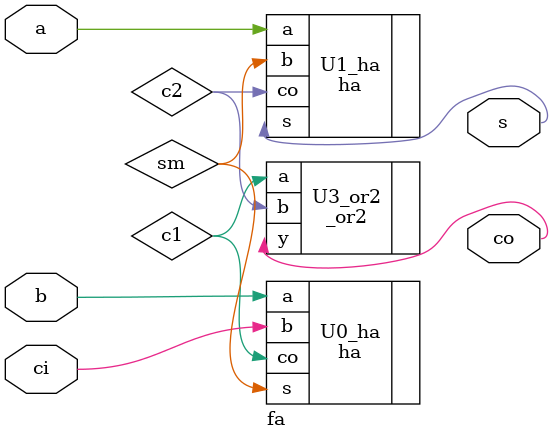
<source format=v>
module fa(input a, b, ci, output s, co);
wire c1, c2, sm;
ha U0_ha(.a(b), .b(ci), .s(sm), .co(c1));
ha U1_ha(.a(a), .b(sm), .s(s), .co(c2));
_or2 U3_or2(.a(c1), .b(c2), .y(co));
endmodule

</source>
